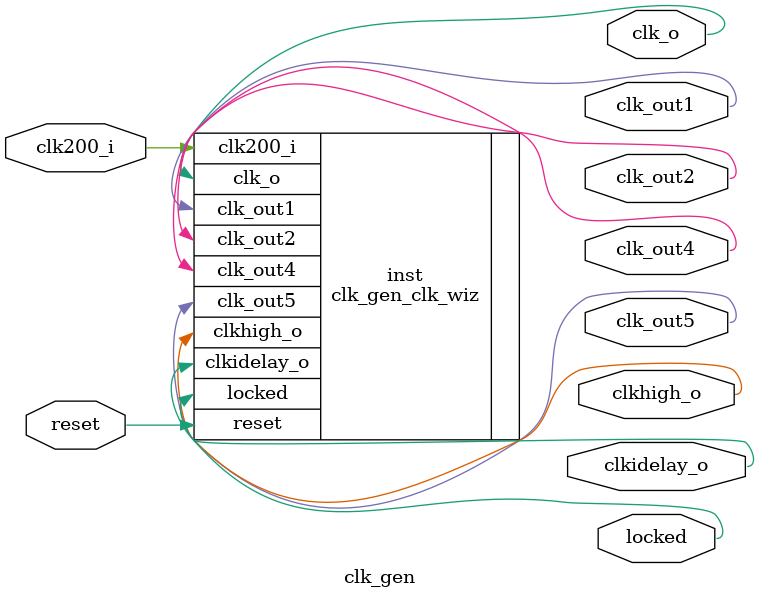
<source format=v>


`timescale 1ps/1ps

(* CORE_GENERATION_INFO = "clk_gen,clk_wiz_v5_3_1,{component_name=clk_gen,use_phase_alignment=true,use_min_o_jitter=false,use_max_i_jitter=false,use_dyn_phase_shift=false,use_inclk_switchover=false,use_dyn_reconfig=false,enable_axi=0,feedback_source=FDBK_AUTO,PRIMITIVE=MMCM,num_out_clk=7,clkin1_period=5.0,clkin2_period=10.0,use_power_down=false,use_reset=true,use_locked=true,use_inclk_stopped=false,feedback_type=SINGLE,CLOCK_MGR_TYPE=NA,manual_override=false}" *)

module clk_gen 
 (
 // Clock in ports
  input         clk200_i,
  // Clock out ports
  output        clk_out1,
  output        clk_o,
  output        clk_out2,
  output        clk_out4,
  output        clk_out5,
  output        clkhigh_o,
  output        clkidelay_o,
  // Status and control signals
  input         reset,
  output        locked
 );

  clk_gen_clk_wiz inst
  (
 // Clock in ports
  .clk200_i(clk200_i),
  // Clock out ports  
  .clk_out1(clk_out1),
  .clk_o(clk_o),
  .clk_out2(clk_out2),
  .clk_out4(clk_out4),
  .clk_out5(clk_out5),
  .clkhigh_o(clkhigh_o),
  .clkidelay_o(clkidelay_o),
  // Status and control signals               
  .reset(reset), 
  .locked(locked)            
  );

endmodule

</source>
